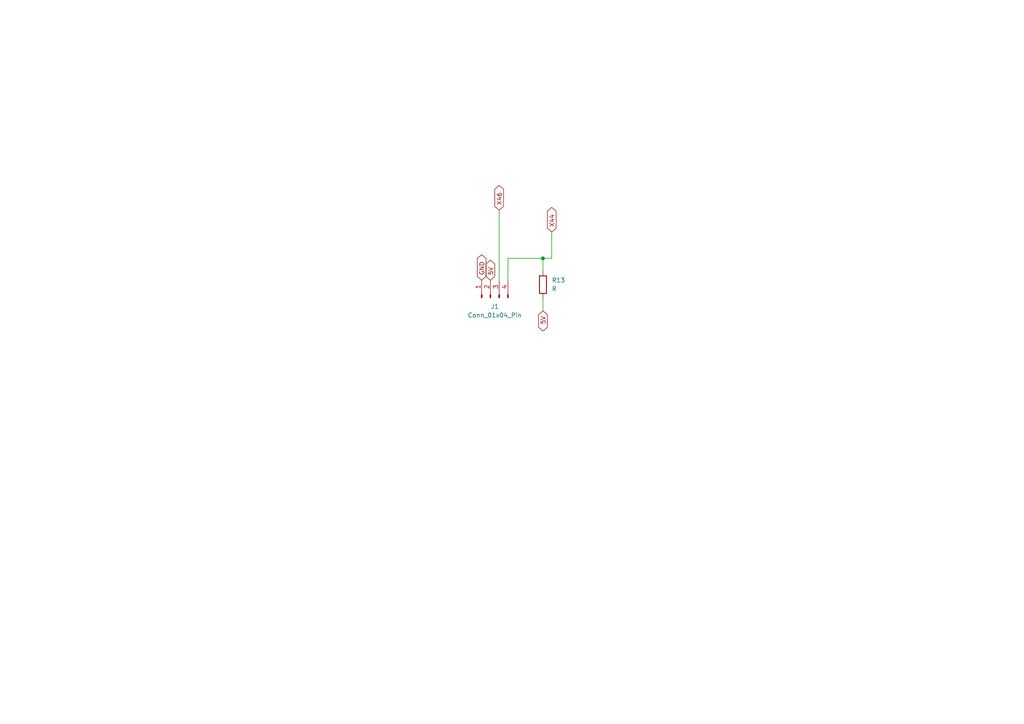
<source format=kicad_sch>
(kicad_sch (version 20231120) (generator "eeschema") (generator_version "8.0")
  (paper "A4")
  (lib_symbols
    (symbol "Connector:Conn_01x04_Pin" (pin_names (offset 1.016) hide)
      (property "Reference" "J" (at 0 5.08 0))
      (property "Value" "Conn_01x04_Pin" (at 0 -7.62 0))
      (symbol "Conn_01x04_Pin_1_1"
        (polyline (pts (xy 1.27 -5.08) (xy 0.8636 -5.08)) (stroke (width 0.1524)))
        (polyline (pts (xy 1.27 -2.54) (xy 0.8636 -2.54)) (stroke (width 0.1524)))
        (polyline (pts (xy 1.27 0) (xy 0.8636 0)) (stroke (width 0.1524)))
        (polyline (pts (xy 1.27 2.54) (xy 0.8636 2.54)) (stroke (width 0.1524)))
        (rectangle (start 0.8636 -4.953) (end 0 -5.207) (stroke (width 0.1524)) (fill (type outline)))
        (rectangle (start 0.8636 -2.413) (end 0 -2.667) (stroke (width 0.1524)) (fill (type outline)))
        (rectangle (start 0.8636 0.127) (end 0 -0.127) (stroke (width 0.1524)) (fill (type outline)))
        (rectangle (start 0.8636 2.667) (end 0 2.413) (stroke (width 0.1524)) (fill (type outline)))
        (pin passive line (at 5.08 2.54 180) (length 3.81) (name "Pin_1") (number "1"))
        (pin passive line (at 5.08 0 180) (length 3.81) (name "Pin_2") (number "2"))
        (pin passive line (at 5.08 -2.54 180) (length 3.81) (name "Pin_3") (number "3"))
        (pin passive line (at 5.08 -5.08 180) (length 3.81) (name "Pin_4") (number "4"))
      )
    )
    (symbol "Device:R" (pin_numbers hide) (pin_names (offset 0))
      (property "Reference" "R" (at 2.032 0 90))
      (property "Value" "R" (at 0 0 90))
      (symbol "R_0_1"
        (rectangle (start -1.016 -2.54) (end 1.016 2.54) (stroke (width 0.254)))
      )
      (symbol "R_1_1"
        (pin passive line (at 0 3.81 270) (length 1.27) (name "~") (number "1"))
        (pin passive line (at 0 -3.81 90) (length 1.27) (name "~") (number "2"))
      )
    )
  )
  (junction (at 157.48 74.93))
  (wire (pts (xy 157.48 86.36) (xy 157.48 90.17)))
  (wire (pts (xy 144.78 60.96) (xy 144.78 81.28)))
  (wire (pts (xy 160.02 67.31) (xy 160.02 74.93)))
  (wire (pts (xy 157.48 74.93) (xy 147.32 74.93)))
  (wire (pts (xy 160.02 74.93) (xy 157.48 74.93)))
  (wire (pts (xy 147.32 74.93) (xy 147.32 81.28)))
  (wire (pts (xy 157.48 74.93) (xy 157.48 78.74)))
  (global_label "5V" (shape bidirectional) (at 142.24 81.28 90) (property "Intersheetrefs" "${INTERSHEET_REFS}" (effects (hide yes))))
  (global_label "X46" (shape bidirectional) (at 144.78 60.96 90) (property "Intersheetrefs" "${INTERSHEET_REFS}" (effects (hide yes))))
  (global_label "5V" (shape bidirectional) (at 157.48 90.17 270) (property "Intersheetrefs" "${INTERSHEET_REFS}" (effects (hide yes))))
  (global_label "GND" (shape bidirectional) (at 139.7 81.28 90) (property "Intersheetrefs" "${INTERSHEET_REFS}" (effects (hide yes))))
  (global_label "X44" (shape bidirectional) (at 160.02 67.31 90) (property "Intersheetrefs" "${INTERSHEET_REFS}" (effects (hide yes))))
  (symbol (lib_id "Connector:Conn_01x04_Pin") (at 142.24 86.36 90) (unit 1)
    (property "Reference" "J1" (at 143.51 88.9 90))
    (property "Value" "Conn_01x04_Pin" (at 143.51 91.44 90))
    (property "Footprint" "Connector_PinHeader_2.54mm:PinHeader_1x04_P2.54mm_Vertical" (effects (hide yes)))
    (property "Description" "Generic connector, single row, 01x04, script generated" (effects (hide yes)))
  )
  (symbol (lib_id "Device:R") (at 157.48 82.55 0) (unit 1)
    (property "Reference" "R13" (at 160.02 81.2799 0) (effects (justify left)))
    (property "Value" "R" (at 160.02 83.8199 0) (effects (justify left)))
    (property "Description" "Resistor" (effects (hide yes)))
  )
)
</source>
